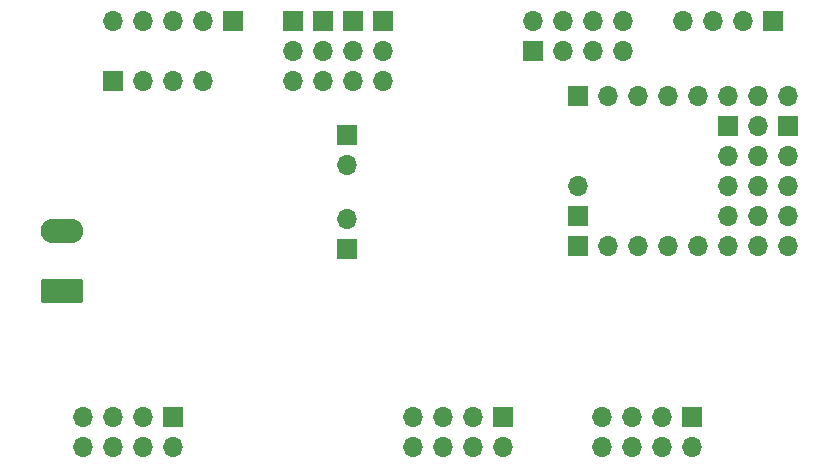
<source format=gbr>
%TF.GenerationSoftware,KiCad,Pcbnew,(5.1.10)-1*%
%TF.CreationDate,2021-11-13T18:31:53+01:00*%
%TF.ProjectId,HeCo,4865436f-2e6b-4696-9361-645f70636258,rev?*%
%TF.SameCoordinates,Original*%
%TF.FileFunction,Soldermask,Bot*%
%TF.FilePolarity,Negative*%
%FSLAX46Y46*%
G04 Gerber Fmt 4.6, Leading zero omitted, Abs format (unit mm)*
G04 Created by KiCad (PCBNEW (5.1.10)-1) date 2021-11-13 18:31:53*
%MOMM*%
%LPD*%
G01*
G04 APERTURE LIST*
%ADD10O,1.700000X1.700000*%
%ADD11R,1.700000X1.700000*%
%ADD12O,3.600000X2.080000*%
G04 APERTURE END LIST*
D10*
%TO.C,J14*%
X110160000Y-101900000D03*
X112700000Y-101900000D03*
X115240000Y-101900000D03*
X117780000Y-101900000D03*
D11*
X120320000Y-101900000D03*
%TD*%
D10*
%TO.C,J10*%
X167310000Y-108250000D03*
X164770000Y-108250000D03*
X162230000Y-108250000D03*
X159690000Y-108250000D03*
X157150000Y-108250000D03*
X154610000Y-108250000D03*
X152070000Y-108250000D03*
D11*
X149530000Y-108250000D03*
%TD*%
D10*
%TO.C,J15*%
X125400000Y-106980000D03*
X125400000Y-104440000D03*
D11*
X125400000Y-101900000D03*
%TD*%
D10*
%TO.C,J5*%
X107620000Y-137968000D03*
X107620000Y-135428000D03*
X110160000Y-137968000D03*
X110160000Y-135428000D03*
X112700000Y-137968000D03*
X112700000Y-135428000D03*
X115240000Y-137968000D03*
D11*
X115240000Y-135428000D03*
%TD*%
D10*
%TO.C,J13*%
X153340000Y-101900000D03*
X153340000Y-104440000D03*
X150800000Y-101900000D03*
X150800000Y-104440000D03*
X148260000Y-101900000D03*
X148260000Y-104440000D03*
X145720000Y-101900000D03*
D11*
X145720000Y-104440000D03*
%TD*%
D10*
%TO.C,J6*%
X149530000Y-115870000D03*
D11*
X149530000Y-118410000D03*
%TD*%
D12*
%TO.C,J11*%
X105842000Y-119680000D03*
G36*
G01*
X107392003Y-125800000D02*
X104291997Y-125800000D01*
G75*
G02*
X104042000Y-125550003I0J249997D01*
G01*
X104042000Y-123969997D01*
G75*
G02*
X104291997Y-123720000I249997J0D01*
G01*
X107392003Y-123720000D01*
G75*
G02*
X107642000Y-123969997I0J-249997D01*
G01*
X107642000Y-125550003D01*
G75*
G02*
X107392003Y-125800000I-249997J0D01*
G01*
G37*
%TD*%
D10*
%TO.C,J12*%
X158420000Y-101900000D03*
X160960000Y-101900000D03*
X163500000Y-101900000D03*
D11*
X166040000Y-101900000D03*
%TD*%
D10*
%TO.C,J9*%
X167310000Y-120950000D03*
X164770000Y-120950000D03*
X162230000Y-120950000D03*
X159690000Y-120950000D03*
X157150000Y-120950000D03*
X154610000Y-120950000D03*
X152070000Y-120950000D03*
D11*
X149530000Y-120950000D03*
%TD*%
D10*
%TO.C,J8*%
X167310000Y-118410000D03*
X167310000Y-115870000D03*
X167310000Y-113330000D03*
D11*
X167310000Y-110790000D03*
%TD*%
D10*
%TO.C,J7*%
X164770000Y-118410000D03*
X162230000Y-118410000D03*
X164770000Y-115870000D03*
X162230000Y-115870000D03*
X164770000Y-113330000D03*
X162230000Y-113330000D03*
X164770000Y-110790000D03*
D11*
X162230000Y-110790000D03*
%TD*%
D10*
%TO.C,J4*%
X129972000Y-114140000D03*
D11*
X129972000Y-111600000D03*
%TD*%
D10*
%TO.C,J20*%
X135560000Y-137968000D03*
X135560000Y-135428000D03*
X138100000Y-137968000D03*
X138100000Y-135428000D03*
X140640000Y-137968000D03*
X140640000Y-135428000D03*
X143180000Y-137968000D03*
D11*
X143180000Y-135428000D03*
%TD*%
D10*
%TO.C,J19*%
X151562000Y-137968000D03*
X151562000Y-135428000D03*
X154102000Y-137968000D03*
X154102000Y-135428000D03*
X156642000Y-137968000D03*
X156642000Y-135428000D03*
X159182000Y-137968000D03*
D11*
X159182000Y-135428000D03*
%TD*%
D10*
%TO.C,J18*%
X133020000Y-106980000D03*
X133020000Y-104440000D03*
D11*
X133020000Y-101900000D03*
%TD*%
D10*
%TO.C,J17*%
X130480000Y-106980000D03*
X130480000Y-104440000D03*
D11*
X130480000Y-101900000D03*
%TD*%
D10*
%TO.C,J16*%
X127940000Y-106980000D03*
X127940000Y-104440000D03*
D11*
X127940000Y-101900000D03*
%TD*%
D10*
%TO.C,J1*%
X117780000Y-106980000D03*
X115240000Y-106980000D03*
X112700000Y-106980000D03*
D11*
X110160000Y-106980000D03*
%TD*%
D10*
%TO.C,J2*%
X129972000Y-118660000D03*
D11*
X129972000Y-121200000D03*
%TD*%
M02*

</source>
